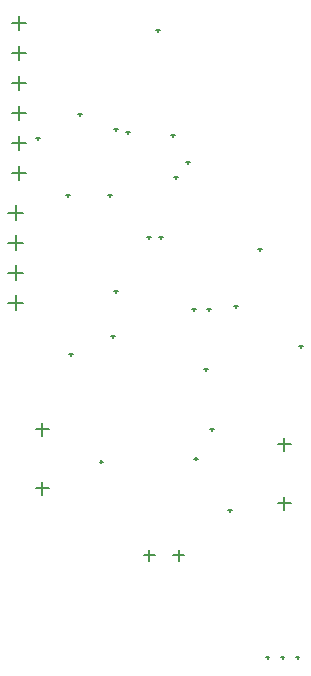
<source format=gbr>
G04*
G04 #@! TF.GenerationSoftware,Altium Limited,Altium Designer,25.7.1 (20)*
G04*
G04 Layer_Color=128*
%FSLAX44Y44*%
%MOMM*%
G71*
G04*
G04 #@! TF.SameCoordinates,265DE244-54D5-4CCD-A973-AF3357FD315F*
G04*
G04*
G04 #@! TF.FilePolarity,Positive*
G04*
G01*
G75*
%ADD79C,0.1270*%
D79*
X1496550Y808700D02*
X1508450D01*
X1502500Y802750D02*
Y814650D01*
X1496550Y783300D02*
X1508450D01*
X1502500Y777350D02*
Y789250D01*
X1496550Y757900D02*
X1508450D01*
X1502500Y751950D02*
Y763850D01*
X1496550Y732500D02*
X1508450D01*
X1502500Y726550D02*
Y738450D01*
X1496550Y707100D02*
X1508450D01*
X1502500Y701150D02*
Y713050D01*
X1496550Y681700D02*
X1508450D01*
X1502500Y675750D02*
Y687650D01*
X1633600Y358140D02*
X1642600D01*
X1638100Y353640D02*
Y362640D01*
X1493650Y648100D02*
X1506350D01*
X1500000Y641750D02*
Y654450D01*
X1493650Y571900D02*
X1506350D01*
X1500000Y565550D02*
Y578250D01*
X1721700Y452120D02*
X1732700D01*
X1727200Y446620D02*
Y457620D01*
X1721700Y402120D02*
X1732700D01*
X1727200Y396620D02*
Y407620D01*
X1517000Y415000D02*
X1528000D01*
X1522500Y409500D02*
Y420500D01*
X1517000Y465000D02*
X1528000D01*
X1522500Y459500D02*
Y470500D01*
X1608600Y358140D02*
X1617600D01*
X1613100Y353640D02*
Y362640D01*
X1493650Y622700D02*
X1506350D01*
X1500000Y616350D02*
Y629050D01*
X1493650Y597300D02*
X1506350D01*
X1500000Y590950D02*
Y603650D01*
X1552980Y731520D02*
X1555980D01*
X1554480Y730020D02*
Y733020D01*
X1517420Y711200D02*
X1520420D01*
X1518920Y709700D02*
Y712700D01*
X1664740Y464820D02*
X1667740D01*
X1666240Y463320D02*
Y466320D01*
X1593620Y716280D02*
X1596620D01*
X1595120Y714780D02*
Y717780D01*
X1685060Y568960D02*
X1688060D01*
X1686560Y567460D02*
Y570460D01*
X1649500Y566420D02*
X1652500D01*
X1651000Y564920D02*
Y567920D01*
X1740000Y535000D02*
X1743000D01*
X1741500Y533500D02*
Y536500D01*
X1634260Y678180D02*
X1637260D01*
X1635760Y676680D02*
Y679680D01*
X1631720Y713740D02*
X1634720D01*
X1633220Y712240D02*
Y715240D01*
X1737130Y271780D02*
X1740130D01*
X1738630Y270280D02*
Y273280D01*
X1711730Y271780D02*
X1714730D01*
X1713230Y270280D02*
Y273280D01*
X1724430Y271780D02*
X1727430D01*
X1725930Y270280D02*
Y273280D01*
X1659660Y515620D02*
X1662660D01*
X1661160Y514120D02*
Y517120D01*
X1651000Y440000D02*
X1654000D01*
X1652500Y438500D02*
Y441500D01*
X1619020Y802640D02*
X1622020D01*
X1620520Y801140D02*
Y804140D01*
X1583460Y718820D02*
X1586460D01*
X1584960Y717320D02*
Y720320D01*
X1583460Y581660D02*
X1586460D01*
X1584960Y580160D02*
Y583160D01*
X1580920Y543560D02*
X1583920D01*
X1582420Y542060D02*
Y545060D01*
X1571000Y437500D02*
X1574000D01*
X1572500Y436000D02*
Y439000D01*
X1542820Y662940D02*
X1545820D01*
X1544320Y661440D02*
Y664440D01*
X1545360Y528320D02*
X1548360D01*
X1546860Y526820D02*
Y529820D01*
X1705380Y617220D02*
X1708380D01*
X1706880Y615720D02*
Y618720D01*
X1644420Y690880D02*
X1647420D01*
X1645920Y689380D02*
Y692380D01*
X1621560Y627380D02*
X1624560D01*
X1623060Y625880D02*
Y628880D01*
X1578380Y662940D02*
X1581380D01*
X1579880Y661440D02*
Y664440D01*
X1679980Y396240D02*
X1682980D01*
X1681480Y394740D02*
Y397740D01*
X1662200Y566420D02*
X1665200D01*
X1663700Y564920D02*
Y567920D01*
X1611400Y627380D02*
X1614400D01*
X1612900Y625880D02*
Y628880D01*
M02*

</source>
